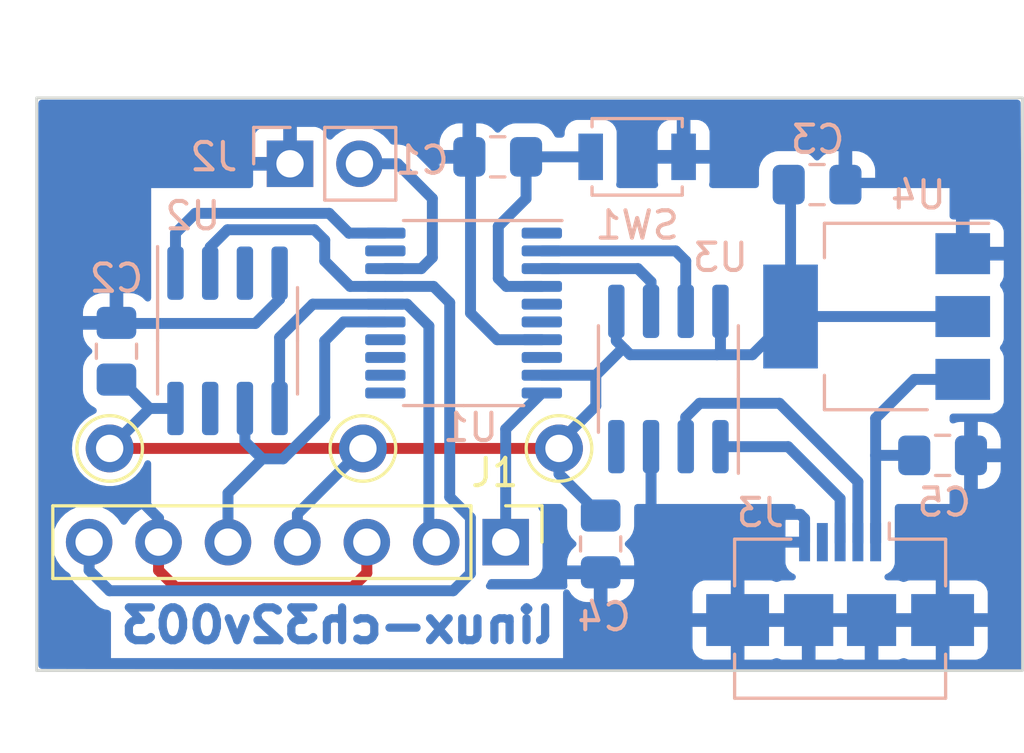
<source format=kicad_pcb>
(kicad_pcb (version 20221018) (generator pcbnew)
  (layers (0 "F.Cu" signal) (31 "B.Cu" signal) (34 "B.Paste" user) (35 "F.Paste" user) (36 "B.SilkS" user "B.Silkscreen") (37 "F.SilkS" user "F.Silkscreen") (38 "B.Mask" user) (39 "F.Mask" user) (44 "Edge.Cuts" user))
  (net 0 "")
  (net 1 "Net-(U1-PD7_NRST_T2CH4)")
  (net 2 "GND")
  (net 3 "+3.3V")
  (net 4 "SD_CS")
  (net 5 "MOSI")
  (net 6 "SCK")
  (net 7 "MISO")
  (net 9 "LINUX_TX")
  (net 10 "LINUX_RX")
  (net 18 "SWIO")
  (net 19 "PSRAM_CS")
  (net 23 "VBUS")
  (net 24 "Net-(J3-D-)")
  (net 25 "Net-(J3-D+)")
  (footprint "Connector_PinHeader_2.54mm:PinHeader_1x07_P2.54mm_Vertical" (layer "F.Cu") (at 151.8465 103.9475 -90)
    (fp_text reference "J1" (at -2.54 0.397 -180) (layer "F.SilkS"))
    (fp_text value "SD")
    (fp_line (start -1.33 -1.33) (end 0 -1.33) (stroke (width 0.12)) (layer "F.SilkS"))
    (fp_line (start -1.33 0) (end -1.33 -1.33) (stroke (width 0.12)) (layer "F.SilkS"))
    (fp_line (start -1.33 1.27) (end -1.33 16.57) (stroke (width 0.12)) (layer "F.SilkS"))
    (fp_line (start -1.33 1.27) (end 1.33 1.27) (stroke (width 0.12)) (layer "F.SilkS"))
    (fp_line (start -1.33 16.57) (end 1.33 16.57) (stroke (width 0.12)) (layer "F.SilkS"))
    (fp_line (start 1.33 1.27) (end 1.33 16.57) (stroke (width 0.12)) (layer "F.SilkS"))
    (pad "1" thru_hole rect (at 0 0 270) (size 1.7 1.7) (drill 1) (layers "*.Cu" "*.Mask") (net 4 "SD_CS"))
    (pad "2" thru_hole oval (at 0 2.54 270) (size 1.7 1.7) (drill 1) (layers "*.Cu" "*.Mask") (net 5 "MOSI"))
    (pad "3" thru_hole oval (at 0 5.08 270) (size 1.7 1.7) (drill 1) (layers "*.Cu" "*.Mask") (net 2 "GND"))
    (pad "4" thru_hole oval (at 0 7.62 270) (size 1.7 1.7) (drill 1) (layers "*.Cu" "*.Mask") (net 3 "+3.3V"))
    (pad "5" thru_hole oval (at 0 10.16 270) (size 1.7 1.7) (drill 1) (layers "*.Cu" "*.Mask") (net 6 "SCK"))
    (pad "6" thru_hole oval (at 0 12.7 270) (size 1.7 1.7) (drill 1) (layers "*.Cu" "*.Mask") (net 2 "GND"))
    (pad "7" thru_hole oval (at 0 15.24 270) (size 1.7 1.7) (drill 1) (layers "*.Cu" "*.Mask") (net 7 "MISO"))
  )
  (footprint "TestPoint:TestPoint_THTPad_D2.0mm_Drill1.0mm" (layer "F.Cu") (at 153.797 100.5185)
    (fp_text reference "TP2" hide)
    (fp_text value "TestPoint" hide)
    (fp_circle (center 0 0) (end 0 1.2) (stroke (width 0.12)) (fill none) (layer "F.SilkS"))
    (pad "1" thru_hole circle (at 0 0) (size 1.75 1.75) (drill 1) (layers "*.Cu" "*.Mask") (net 3 "+3.3V"))
  )
  (footprint "TestPoint:TestPoint_THTPad_D2.0mm_Drill1.0mm" (layer "F.Cu") (at 146.6235 100.5185)
    (fp_text reference "TP3" hide)
    (fp_text value "TestPoint")
    (fp_circle (center 0 0) (end 0 1.2) (stroke (width 0.12)) (fill none) (layer "F.SilkS"))
    (pad "1" thru_hole circle (at 0 0) (size 1.75 1.75) (drill 1) (layers "*.Cu" "*.Mask") (net 3 "+3.3V"))
  )
  (footprint "TestPoint:TestPoint_THTPad_D2.0mm_Drill1.0mm" (layer "F.Cu") (at 137.3575 100.5185)
    (fp_text reference "TP1" hide)
    (fp_text value "TestPoint")
    (fp_circle (center 0 0) (end 0 1.2) (stroke (width 0.12)) (fill none) (layer "F.SilkS"))
    (pad "1" thru_hole circle (at 0 0) (size 1.75 1.75) (drill 1) (layers "*.Cu" "*.Mask") (net 3 "+3.3V"))
  )
  (footprint "Package_TO_SOT_SMD:SOT-223-3_TabPin2" (layer "B.Cu") (at 165.4195 95.6925 180)
    (fp_text reference "U4" (at -1.524 4.445) (layer "B.SilkS") (effects (justify mirror)))
    (fp_text value "AMS1117-3.3")
    (fp_line (start -4.1 3.41) (end 1.91 3.41) (stroke (width 0.12)) (layer "B.SilkS"))
    (fp_line (start -1.85 -3.41) (end 1.91 -3.41) (stroke (width 0.12)) (layer "B.SilkS"))
    (fp_line (start 1.91 -3.41) (end 1.91 -2.15) (stroke (width 0.12)) (layer "B.SilkS"))
    (fp_line (start 1.91 3.41) (end 1.91 2.15) (stroke (width 0.12)) (layer "B.SilkS"))
    (pad "1" smd rect (at -3.15 2.3 180) (size 2 1.5) (layers "B.Cu" "B.Paste" "B.Mask") (net 2 "GND"))
    (pad "2" smd rect (at -3.15 0 180) (size 2 1.5) (layers "B.Cu" "B.Paste" "B.Mask") (net 3 "+3.3V"))
    (pad "2" smd rect (at 3.15 0 180) (size 2 3.8) (layers "B.Cu" "B.Paste" "B.Mask") (net 3 "+3.3V"))
    (pad "3" smd rect (at -3.15 -2.3 180) (size 2 1.5) (layers "B.Cu" "B.Paste" "B.Mask") (net 23 "VBUS"))
  )
  (footprint "Package_SO:TSSOP-20_4.4x6.5mm_P0.65mm" (layer "B.Cu") (at 150.3065 95.5655 180)
    (fp_text reference "U1" (at -0.254 -4.191) (layer "B.SilkS") (effects (justify mirror)))
    (fp_text value "CH32V003f4p6")
    (fp_line (start 0 -3.385) (end -2.2 -3.385) (stroke (width 0.12)) (layer "B.SilkS"))
    (fp_line (start 0 -3.385) (end 2.2 -3.385) (stroke (width 0.12)) (layer "B.SilkS"))
    (fp_line (start 0 3.385) (end -3.6 3.385) (stroke (width 0.12)) (layer "B.SilkS"))
    (fp_line (start 0 3.385) (end 2.2 3.385) (stroke (width 0.12)) (layer "B.SilkS"))
    (pad "1" smd roundrect (at -2.8625 2.925 180) (size 1.475 0.4) (layers "B.Cu" "B.Paste" "B.Mask"))
    (pad "2" smd roundrect (at -2.8625 2.275 180) (size 1.475 0.4) (layers "B.Cu" "B.Paste" "B.Mask") (net 9 "LINUX_TX"))
    (pad "3" smd roundrect (at -2.8625 1.625 180) (size 1.475 0.4) (layers "B.Cu" "B.Paste" "B.Mask") (net 10 "LINUX_RX"))
    (pad "4" smd roundrect (at -2.8625 0.975 180) (size 1.475 0.4) (layers "B.Cu" "B.Paste" "B.Mask") (net 1 "Net-(U1-PD7_NRST_T2CH4)"))
    (pad "5" smd roundrect (at -2.8625 0.325 180) (size 1.475 0.4) (layers "B.Cu" "B.Paste" "B.Mask"))
    (pad "6" smd roundrect (at -2.8625 -0.325 180) (size 1.475 0.4) (layers "B.Cu" "B.Paste" "B.Mask"))
    (pad "7" smd roundrect (at -2.8625 -0.975 180) (size 1.475 0.4) (layers "B.Cu" "B.Paste" "B.Mask") (net 2 "GND"))
    (pad "8" smd roundrect (at -2.8625 -1.625 180) (size 1.475 0.4) (layers "B.Cu" "B.Paste" "B.Mask"))
    (pad "9" smd roundrect (at -2.8625 -2.275 180) (size 1.475 0.4) (layers "B.Cu" "B.Paste" "B.Mask") (net 3 "+3.3V"))
    (pad "10" smd roundrect (at -2.8625 -2.925 180) (size 1.475 0.4) (layers "B.Cu" "B.Paste" "B.Mask") (net 4 "SD_CS"))
    (pad "11" smd roundrect (at 2.8625 -2.925 180) (size 1.475 0.4) (layers "B.Cu" "B.Paste" "B.Mask"))
    (pad "12" smd roundrect (at 2.8625 -2.275 180) (size 1.475 0.4) (layers "B.Cu" "B.Paste" "B.Mask"))
    (pad "13" smd roundrect (at 2.8625 -1.625 180) (size 1.475 0.4) (layers "B.Cu" "B.Paste" "B.Mask"))
    (pad "14" smd roundrect (at 2.8625 -0.975 180) (size 1.475 0.4) (layers "B.Cu" "B.Paste" "B.Mask"))
    (pad "15" smd roundrect (at 2.8625 -0.325 180) (size 1.475 0.4) (layers "B.Cu" "B.Paste" "B.Mask") (net 6 "SCK"))
    (pad "16" smd roundrect (at 2.8625 0.325 180) (size 1.475 0.4) (layers "B.Cu" "B.Paste" "B.Mask") (net 5 "MOSI"))
    (pad "17" smd roundrect (at 2.8625 0.975 180) (size 1.475 0.4) (layers "B.Cu" "B.Paste" "B.Mask") (net 7 "MISO"))
    (pad "18" smd roundrect (at 2.8625 1.625 180) (size 1.475 0.4) (layers "B.Cu" "B.Paste" "B.Mask") (net 18 "SWIO"))
    (pad "19" smd roundrect (at 2.8625 2.275 180) (size 1.475 0.4) (layers "B.Cu" "B.Paste" "B.Mask"))
    (pad "20" smd roundrect (at 2.8625 2.925 180) (size 1.475 0.4) (layers "B.Cu" "B.Paste" "B.Mask") (net 19 "PSRAM_CS"))
  )
  (footprint "Capacitor_SMD:C_0805_2012Metric_Pad1.18x1.45mm_HandSolder" (layer "B.Cu") (at 137.6065 96.9625 90)
    (fp_text reference "C2" (at 2.667 0 180) (layer "B.SilkS") (effects (justify mirror)))
    (fp_text value "C")
    (fp_line (start -0.261252 -0.735) (end 0.261252 -0.735) (stroke (width 0.12)) (layer "B.SilkS"))
    (fp_line (start -0.261252 0.735) (end 0.261252 0.735) (stroke (width 0.12)) (layer "B.SilkS"))
    (pad "1" smd roundrect (at -1.0375 0 90) (size 1.175 1.45) (layers "B.Cu" "B.Paste" "B.Mask") (roundrect_rratio 0.2127659574) (net 3 "+3.3V"))
    (pad "2" smd roundrect (at 1.0375 0 90) (size 1.175 1.45) (layers "B.Cu" "B.Paste" "B.Mask") (roundrect_rratio 0.2127659574) (net 2 "GND"))
  )
  (footprint "Capacitor_SMD:C_0805_2012Metric_Pad1.18x1.45mm_HandSolder" (layer "B.Cu") (at 151.555 89.8505 180)
    (fp_text reference "C1" (at 2.7725 -0.127 180) (layer "B.SilkS") (effects (justify mirror)))
    (fp_text value "C")
    (fp_line (start -0.261252 -0.735) (end 0.261252 -0.735) (stroke (width 0.12)) (layer "B.SilkS"))
    (fp_line (start -0.261252 0.735) (end 0.261252 0.735) (stroke (width 0.12)) (layer "B.SilkS"))
    (pad "1" smd roundrect (at -1.0375 0 180) (size 1.175 1.45) (layers "B.Cu" "B.Paste" "B.Mask") (roundrect_rratio 0.2127659574) (net 1 "Net-(U1-PD7_NRST_T2CH4)"))
    (pad "2" smd roundrect (at 1.0375 0 180) (size 1.175 1.45) (layers "B.Cu" "B.Paste" "B.Mask") (roundrect_rratio 0.2127659574) (net 2 "GND"))
  )
  (footprint "Capacitor_SMD:C_0805_2012Metric_Pad1.18x1.45mm_HandSolder" (layer "B.Cu") (at 163.239 90.8665)
    (fp_text reference "C3" (at 0.0215 -1.651 180) (layer "B.SilkS") (effects (justify mirror)))
    (fp_text value "C")
    (fp_line (start -0.261252 -0.735) (end 0.261252 -0.735) (stroke (width 0.12)) (layer "B.SilkS"))
    (fp_line (start -0.261252 0.735) (end 0.261252 0.735) (stroke (width 0.12)) (layer "B.SilkS"))
    (pad "1" smd roundrect (at -1.0375 0) (size 1.175 1.45) (layers "B.Cu" "B.Paste" "B.Mask") (roundrect_rratio 0.2127659574) (net 3 "+3.3V"))
    (pad "2" smd roundrect (at 1.0375 0) (size 1.175 1.45) (layers "B.Cu" "B.Paste" "B.Mask") (roundrect_rratio 0.2127659574) (net 2 "GND"))
  )
  (footprint "Capacitor_SMD:C_0805_2012Metric_Pad1.18x1.45mm_HandSolder" (layer "B.Cu") (at 167.8325 100.7725)
    (fp_text reference "C5" (at 0.0615 1.7165) (layer "B.SilkS") (effects (justify mirror)))
    (fp_text value "C")
    (fp_line (start -0.261252 -0.735) (end 0.261252 -0.735) (stroke (width 0.12)) (layer "B.SilkS"))
    (fp_line (start -0.261252 0.735) (end 0.261252 0.735) (stroke (width 0.12)) (layer "B.SilkS"))
    (pad "1" smd roundrect (at -1.0375 0) (size 1.175 1.45) (layers "B.Cu" "B.Paste" "B.Mask") (roundrect_rratio 0.2127659574) (net 23 "VBUS"))
    (pad "2" smd roundrect (at 1.0375 0) (size 1.175 1.45) (layers "B.Cu" "B.Paste" "B.Mask") (roundrect_rratio 0.2127659574) (net 2 "GND"))
  )
  (footprint "Connector_PinHeader_2.54mm:PinHeader_1x02_P2.54mm_Vertical" (layer "B.Cu") (at 143.9565 90.1045 -90)
    (fp_text reference "J2" (at -0.254 2.789 -180) (layer "B.SilkS") (effects (justify mirror)))
    (fp_text value "SWIO")
    (fp_line (start -1.33 -3.87) (end 1.33 -3.87) (stroke (width 0.12)) (layer "B.SilkS"))
    (fp_line (start -1.33 -1.27) (end -1.33 -3.87) (stroke (width 0.12)) (layer "B.SilkS"))
    (fp_line (start -1.33 -1.27) (end 1.33 -1.27) (stroke (width 0.12)) (layer "B.SilkS"))
    (fp_line (start -1.33 0) (end -1.33 1.33) (stroke (width 0.12)) (layer "B.SilkS"))
    (fp_line (start -1.33 1.33) (end 0 1.33) (stroke (width 0.12)) (layer "B.SilkS"))
    (fp_line (start 1.33 -1.27) (end 1.33 -3.87) (stroke (width 0.12)) (layer "B.SilkS"))
    (pad "1" thru_hole rect (at 0 0 270) (size 1.7 1.7) (drill 1) (layers "*.Cu" "*.Mask") (net 2 "GND"))
    (pad "2" thru_hole oval (at 0 -2.54 270) (size 1.7 1.7) (drill 1) (layers "*.Cu" "*.Mask") (net 18 "SWIO"))
  )
  (footprint "Package_SO:SOIC-8_3.9x4.9mm_P1.27mm" (layer "B.Cu") (at 141.6705 96.5815 -90)
    (fp_text reference "U2" (at -4.572 1.27 -180) (layer "B.SilkS") (effects (justify mirror)))
    (fp_text value "ESP-PSRAM32")
    (fp_line (start 0 -2.56) (end -1.95 -2.56) (stroke (width 0.12)) (layer "B.SilkS"))
    (fp_line (start 0 -2.56) (end 1.95 -2.56) (stroke (width 0.12)) (layer "B.SilkS"))
    (fp_line (start 0 2.56) (end -3.45 2.56) (stroke (width 0.12)) (layer "B.SilkS"))
    (fp_line (start 0 2.56) (end 1.95 2.56) (stroke (width 0.12)) (layer "B.SilkS"))
    (pad "1" smd roundrect (at -2.475 1.905 270) (size 1.95 0.6) (layers "B.Cu" "B.Paste" "B.Mask") (net 19 "PSRAM_CS"))
    (pad "2" smd roundrect (at -2.475 0.635 270) (size 1.95 0.6) (layers "B.Cu" "B.Paste" "B.Mask") (net 7 "MISO"))
    (pad "3" smd roundrect (at -2.475 -0.635 270) (size 1.95 0.6) (layers "B.Cu" "B.Paste" "B.Mask"))
    (pad "4" smd roundrect (at -2.475 -1.905 270) (size 1.95 0.6) (layers "B.Cu" "B.Paste" "B.Mask") (net 2 "GND"))
    (pad "5" smd roundrect (at 2.475 -1.905 270) (size 1.95 0.6) (layers "B.Cu" "B.Paste" "B.Mask") (net 5 "MOSI"))
    (pad "6" smd roundrect (at 2.475 -0.635 270) (size 1.95 0.6) (layers "B.Cu" "B.Paste" "B.Mask") (net 6 "SCK"))
    (pad "7" smd roundrect (at 2.475 0.635 270) (size 1.95 0.6) (layers "B.Cu" "B.Paste" "B.Mask"))
    (pad "8" smd roundrect (at 2.475 1.905 270) (size 1.95 0.6) (layers "B.Cu" "B.Paste" "B.Mask") (net 3 "+3.3V"))
  )
  (footprint "Capacitor_SMD:C_0805_2012Metric_Pad1.18x1.45mm_HandSolder" (layer "B.Cu") (at 155.321 104.013 -90)
    (fp_text reference "C4" (at 2.667 -0.127) (layer "B.SilkS") (effects (justify mirror)))
    (fp_text value "C")
    (fp_line (start -0.261252 -0.735) (end 0.261252 -0.735) (stroke (width 0.12)) (layer "B.SilkS"))
    (fp_line (start -0.261252 0.735) (end 0.261252 0.735) (stroke (width 0.12)) (layer "B.SilkS"))
    (pad "1" smd roundrect (at -1.0375 0 270) (size 1.175 1.45) (layers "B.Cu" "B.Paste" "B.Mask") (roundrect_rratio 0.2127659574) (net 3 "+3.3V"))
    (pad "2" smd roundrect (at 1.0375 0 270) (size 1.175 1.45) (layers "B.Cu" "B.Paste" "B.Mask") (roundrect_rratio 0.2127659574) (net 2 "GND"))
  )
  (footprint "Connector_USB:USB_Micro-B_Amphenol_10104110_Horizontal" (layer "B.Cu") (at 164.0825 105.4975 180)
    (fp_text reference "J3" (at 2.9195 2.6275) (layer "B.SilkS") (effects (justify mirror)))
    (fp_text value "USB_B_Micro")
    (fp_line (start -3.86 -4.16) (end -3.86 -2.55) (stroke (width 0.12)) (layer "B.SilkS"))
    (fp_line (start -3.86 -4.16) (end 3.86 -4.16) (stroke (width 0.12)) (layer "B.SilkS"))
    (fp_line (start -3.86 -0.05) (end -3.86 1.66) (stroke (width 0.12)) (layer "B.SilkS"))
    (fp_line (start -3.86 1.66) (end -1.8 1.66) (stroke (width 0.12)) (layer "B.SilkS"))
    (fp_line (start -1.8 1.66) (end -1.8 2.25) (stroke (width 0.12)) (layer "B.SilkS"))
    (fp_line (start 3.86 -4.16) (end 3.86 -2.55) (stroke (width 0.12)) (layer "B.SilkS"))
    (fp_line (start 3.86 -0.05) (end 3.86 1.66) (stroke (width 0.12)) (layer "B.SilkS"))
    (fp_line (start 3.86 1.66) (end 1.8 1.66) (stroke (width 0.12)) (layer "B.SilkS"))
    (pad "1" smd rect (at -1.3 1.55 180) (size 0.4 1.4) (layers "B.Cu" "B.Paste" "B.Mask") (net 23 "VBUS"))
    (pad "2" smd rect (at -0.65 1.55 180) (size 0.4 1.4) (layers "B.Cu" "B.Paste" "B.Mask") (net 24 "Net-(J3-D-)"))
    (pad "3" smd rect (at 0 1.55 180) (size 0.4 1.4) (layers "B.Cu" "B.Paste" "B.Mask") (net 25 "Net-(J3-D+)"))
    (pad "4" smd rect (at 0.65 1.55 180) (size 0.4 1.4) (layers "B.Cu" "B.Paste" "B.Mask"))
    (pad "5" smd rect (at 1.3 1.55 180) (size 0.4 1.4) (layers "B.Cu" "B.Paste" "B.Mask") (net 2 "GND"))
    (pad "6" smd rect (at -3.75 -1.3 180) (size 2.3 1.9) (layers "B.Cu" "B.Paste" "B.Mask") (net 2 "GND"))
    (pad "6" smd rect (at -1.15 -1.3 180) (size 1.8 1.9) (layers "B.Cu" "B.Paste" "B.Mask") (net 2 "GND"))
    (pad "6" smd rect (at 1.15 -1.3 180) (size 1.8 1.9) (layers "B.Cu" "B.Paste" "B.Mask") (net 2 "GND"))
    (pad "6" smd rect (at 3.75 -1.3 180) (size 2.3 1.9) (layers "B.Cu" "B.Paste" "B.Mask") (net 2 "GND"))
  )
  (footprint "Package_SO:SOIC-8_3.9x4.9mm_P1.27mm" (layer "B.Cu") (at 157.7995 97.978499 90)
    (fp_text reference "U3" (at 4.444999 1.905 180) (layer "B.SilkS") (effects (justify mirror)))
    (fp_text value "CH330N")
    (fp_line (start 0 -2.56) (end -1.95 -2.56) (stroke (width 0.12)) (layer "B.SilkS"))
    (fp_line (start 0 -2.56) (end 1.95 -2.56) (stroke (width 0.12)) (layer "B.SilkS"))
    (fp_line (start 0 2.56) (end -3.45 2.56) (stroke (width 0.12)) (layer "B.SilkS"))
    (fp_line (start 0 2.56) (end 1.95 2.56) (stroke (width 0.12)) (layer "B.SilkS"))
    (pad "1" smd roundrect (at -2.475 1.905 90) (size 1.95 0.6) (layers "B.Cu" "B.Paste" "B.Mask") (net 25 "Net-(J3-D+)"))
    (pad "2" smd roundrect (at -2.475 0.635 90) (size 1.95 0.6) (layers "B.Cu" "B.Paste" "B.Mask") (net 24 "Net-(J3-D-)"))
    (pad "3" smd roundrect (at -2.475 -0.635 90) (size 1.95 0.6) (layers "B.Cu" "B.Paste" "B.Mask") (net 2 "GND"))
    (pad "4" smd roundrect (at -2.475 -1.905 90) (size 1.95 0.6) (layers "B.Cu" "B.Paste" "B.Mask"))
    (pad "5" smd roundrect (at 2.475 -1.905 90) (size 1.95 0.6) (layers "B.Cu" "B.Paste" "B.Mask") (net 3 "+3.3V"))
    (pad "6" smd roundrect (at 2.475 -0.635 90) (size 1.95 0.6) (layers "B.Cu" "B.Paste" "B.Mask") (net 10 "LINUX_RX"))
    (pad "7" smd roundrect (at 2.475 0.635 90) (size 1.95 0.6) (layers "B.Cu" "B.Paste" "B.Mask") (net 9 "LINUX_TX"))
    (pad "8" smd roundrect (at 2.475 1.905 90) (size 1.95 0.6) (layers "B.Cu" "B.Paste" "B.Mask") (net 3 "+3.3V"))
  )
  (footprint "Button_Switch_SMD:SW_SPST_B3U-1000P" (layer "B.Cu") (at 156.6565 89.8505)
    (fp_text reference "SW1" (at 0 2.5) (layer "B.SilkS") (effects (justify mirror)))
    (fp_text value "SW_Push")
    (fp_line (start -1.65 -1.4) (end 1.65 -1.4) (stroke (width 0.12)) (layer "B.SilkS"))
    (fp_line (start -1.65 -1.1) (end -1.65 -1.4) (stroke (width 0.12)) (layer "B.SilkS"))
    (fp_line (start -1.65 1.1) (end -1.65 1.4) (stroke (width 0.12)) (layer "B.SilkS"))
    (fp_line (start -1.65 1.4) (end 1.65 1.4) (stroke (width 0.12)) (layer "B.SilkS"))
    (fp_line (start 1.65 -1.4) (end 1.65 -1.1) (stroke (width 0.12)) (layer "B.SilkS"))
    (fp_line (start 1.65 1.4) (end 1.65 1.1) (stroke (width 0.12)) (layer "B.SilkS"))
    (pad "1" smd rect (at -1.7 0) (size 0.9 1.7) (layers "B.Cu" "B.Paste" "B.Mask") (net 1 "Net-(U1-PD7_NRST_T2CH4)"))
    (pad "2" smd rect (at 1.7 0) (size 0.9 1.7) (layers "B.Cu" "B.Paste" "B.Mask") (net 2 "GND"))
  )
  (gr_rect (start 134.6855 87.6915) (end 170.7535 108.6465) (stroke (width 0.1)) (fill none) (layer "Edge.Cuts"))
  (gr_text "linux-ch32v003" (at 153.797 107.696) (layer "B.Cu") (effects (font (size 1.2 1.3) (thickness 0.3) bold) (justify left bottom mirror)))
  (segment (start 153.169 94.5905) (end 151.8715 94.5905) (width 0.4) (layer "B.Cu") (net 1))
  (segment (start 152.5925 89.8505) (end 154.9565 89.8505) (width 0.4) (layer "B.Cu") (net 1))
  (segment (start 152.5925 91.3745) (end 152.5925 90.3585) (width 0.4) (layer "B.Cu") (net 1))
  (segment (start 151.8715 94.5905) (end 151.5765 94.2955) (width 0.4) (layer "B.Cu") (net 1))
  (segment (start 151.5765 94.2955) (end 151.5765 92.3905) (width 0.4) (layer "B.Cu") (net 1))
  (segment (start 151.5765 92.3905) (end 152.5925 91.3745) (width 0.4) (layer "B.Cu") (net 1))
  (segment (start 139.7655 105.5985) (end 146.2425 105.5985) (width 0.4) (layer "F.Cu") (net 2))
  (segment (start 139.1465 104.9795) (end 139.7655 105.5985) (width 0.4) (layer "F.Cu") (net 2))
  (segment (start 146.2425 105.5985) (end 146.7665 105.0745) (width 0.4) (layer "F.Cu") (net 2))
  (segment (start 146.7665 105.0745) (end 146.7665 103.9475) (width 0.4) (layer "F.Cu") (net 2))
  (segment (start 139.1465 103.9475) (end 139.1465 104.9795) (width 0.4) (layer "F.Cu") (net 2))
  (segment (start 150.5605 90.4015) (end 150.5175 90.3585) (width 0.4) (layer "B.Cu") (net 2))
  (segment (start 143.5755 94.1065) (end 143.5755 95.0575) (width 0.4) (layer "B.Cu") (net 2))
  (segment (start 143.5755 95.0575) (end 142.6865 95.9465) (width 0.4) (layer "B.Cu") (net 2))
  (segment (start 139.1465 103.0745) (end 138.3685 102.2965) (width 0.4) (layer "B.Cu") (net 2))
  (segment (start 151.5355 96.5405) (end 150.5605 95.5655) (width 0.4) (layer "B.Cu") (net 2))
  (segment (start 157.1645 102.8045) (end 157.1645 100.453499) (width 0.4) (layer "B.Cu") (net 2))
  (segment (start 162.7825 103.9475) (end 162.7825 103.0885) (width 0.4) (layer "B.Cu") (net 2))
  (segment (start 139.1465 103.9475) (end 139.1465 103.0745) (width 0.4) (layer "B.Cu") (net 2))
  (segment (start 142.6865 95.9465) (end 137.9875 95.9465) (width 0.4) (layer "B.Cu") (net 2))
  (segment (start 162.7825 103.0885) (end 162.6255 102.9315) (width 0.4) (layer "B.Cu") (net 2))
  (segment (start 153.169 96.5405) (end 151.5355 96.5405) (width 0.4) (layer "B.Cu") (net 2))
  (segment (start 150.5605 95.5655) (end 150.5605 90.4015) (width 0.4) (layer "B.Cu") (net 2))
  (segment (start 157.2915 102.9315) (end 157.1645 102.8045) (width 0.4) (layer "B.Cu") (net 2))
  (segment (start 162.6255 102.9315) (end 157.2915 102.9315) (width 0.4) (layer "B.Cu") (net 2))
  (segment (start 153.797 100.5185) (end 146.6235 100.5185) (width 0.4) (layer "F.Cu") (net 3))
  (segment (start 137.3575 100.5185) (end 146.6235 100.5185) (width 0.4) (layer "F.Cu") (net 3))
  (segment (start 159.7045 96.9625) (end 159.5775 97.0895) (width 0.4) (layer "B.Cu") (net 3))
  (segment (start 162.2695 95.6925) (end 162.2695 90.9345) (width 0.4) (layer "B.Cu") (net 3))
  (segment (start 162.2695 95.6925) (end 168.5695 95.6925) (width 0.4) (layer "B.Cu") (net 3))
  (segment (start 144.2265 102.9155) (end 144.2265 103.9475) (width 0.4) (layer "B.Cu") (net 3))
  (segment (start 138.8195 99.0565) (end 137.3575 100.5185) (width 0.4) (layer "B.Cu") (net 3))
  (segment (start 160.8725 97.0895) (end 162.2695 95.6925) (width 0.4) (layer "B.Cu") (net 3))
  (segment (start 153.169 97.8405) (end 155.1435 97.8405) (width 0.4) (layer "B.Cu") (net 3))
  (segment (start 156.212 96.899) (end 155.8945 96.5815) (width 0.4) (layer "B.Cu") (net 3))
  (segment (start 154.1165 99.989) (end 155.1435 98.962) (width 0.4) (layer "B.Cu") (net 3))
  (segment (start 162.2695 90.9345) (end 162.2015 90.8665) (width 0.4) (layer "B.Cu") (net 3))
  (segment (start 155.1435 98.962) (end 155.1435 97.8405) (width 0.4) (layer "B.Cu") (net 3))
  (segment (start 139.7655 99.0565) (end 138.8195 99.0565) (width 0.4) (layer "B.Cu") (net 3))
  (segment (start 159.7045 95.503499) (end 159.7045 96.9625) (width 0.4) (layer "B.Cu") (net 3))
  (segment (start 156.4025 97.0895) (end 156.212 96.899) (width 0.4) (layer "B.Cu") (net 3))
  (segment (start 159.5775 97.0895) (end 156.4025 97.0895) (width 0.4) (layer "B.Cu") (net 3))
  (segment (start 146.6235 100.5185) (end 144.2265 102.9155) (width 0.4) (layer "B.Cu") (net 3))
  (segment (start 159.5775 97.0895) (end 160.8725 97.0895) (width 0.4) (layer "B.Cu") (net 3))
  (segment (start 153.797 101.4515) (end 155.321 102.9755) (width 0.4) (layer "B.Cu") (net 3))
  (segment (start 156.085 96.899) (end 156.212 96.899) (width 0.4) (layer "B.Cu") (net 3))
  (segment (start 153.797 100.5185) (end 153.797 101.4515) (width 0.4) (layer "B.Cu") (net 3))
  (segment (start 137.6065 98) (end 137.763 98) (width 0.4) (layer "B.Cu") (net 3))
  (segment (start 137.763 98) (end 138.8195 99.0565) (width 0.4) (layer "B.Cu") (net 3))
  (segment (start 155.1435 97.8405) (end 156.085 96.899) (width 0.4) (layer "B.Cu") (net 3))
  (segment (start 155.8945 96.5815) (end 155.8945 95.503499) (width 0.4) (layer "B.Cu") (net 3))
  (segment (start 151.8465 103.9475) (end 151.8465 99.813) (width 0.4) (layer "B.Cu") (net 4))
  (segment (start 151.8465 99.813) (end 153.169 98.4905) (width 0.4) (layer "B.Cu") (net 4))
  (segment (start 148.238607 95.2405) (end 149.0365 96.038393) (width 0.4) (layer "B.Cu") (net 5))
  (segment (start 149.0365 103.6775) (end 149.3065 103.9475) (width 0.4) (layer "B.Cu") (net 5))
  (segment (start 144.7895 95.2405) (end 143.5755 96.4545) (width 0.4) (layer "B.Cu") (net 5))
  (segment (start 143.5755 96.4545) (end 143.5755 99.0565) (width 0.4) (layer "B.Cu") (net 5))
  (segment (start 149.0365 96.038393) (end 149.0365 103.6775) (width 0.4) (layer "B.Cu") (net 5))
  (segment (start 147.444 95.2405) (end 148.238607 95.2405) (width 0.4) (layer "B.Cu") (net 5))
  (segment (start 147.444 95.2405) (end 144.7895 95.2405) (width 0.4) (layer "B.Cu") (net 5))
  (segment (start 145.2265 99.3755) (end 145.2265 96.5815) (width 0.4) (layer "B.Cu") (net 6))
  (segment (start 145.9175 95.8905) (end 147.444 95.8905) (width 0.4) (layer "B.Cu") (net 6))
  (segment (start 143.7025 100.8995) (end 145.2265 99.3755) (width 0.4) (layer "B.Cu") (net 6))
  (segment (start 141.6865 103.9475) (end 141.6865 102.1535) (width 0.4) (layer "B.Cu") (net 6))
  (segment (start 141.6865 102.1535) (end 142.9405 100.8995) (width 0.4) (layer "B.Cu") (net 6))
  (segment (start 142.3055 99.0565) (end 142.3055 100.2645) (width 0.4) (layer "B.Cu") (net 6))
  (segment (start 142.3055 100.2645) (end 142.9405 100.8995) (width 0.4) (layer "B.Cu") (net 6))
  (segment (start 142.9405 100.8995) (end 143.7025 100.8995) (width 0.4) (layer "B.Cu") (net 6))
  (segment (start 145.2265 96.5815) (end 145.9175 95.8905) (width 0.4) (layer "B.Cu") (net 6))
  (segment (start 147.444 94.5905) (end 149.2045 94.5905) (width 0.4) (layer "B.Cu") (net 7))
  (segment (start 150.5565 105.0945) (end 149.9255 105.7255) (width 0.4) (layer "B.Cu") (net 7))
  (segment (start 149.7985 95.1845) (end 149.7985 102.2965) (width 0.4) (layer "B.Cu") (net 7))
  (segment (start 150.5565 103.0545) (end 150.5565 105.0945) (width 0.4) (layer "B.Cu") (net 7))
  (segment (start 145.2265 92.8985) (end 145.2265 93.6605) (width 0.4) (layer "B.Cu") (net 7))
  (segment (start 136.6065 104.9795) (end 136.6065 103.9475) (width 0.4) (layer "B.Cu") (net 7))
  (segment (start 145.2265 93.6605) (end 146.1565 94.5905) (width 0.4) (layer "B.Cu") (net 7))
  (segment (start 141.6705 92.5175) (end 144.8455 92.5175) (width 0.4) (layer "B.Cu") (net 7))
  (segment (start 141.0355 93.1525) (end 141.6705 92.5175) (width 0.4) (layer "B.Cu") (net 7))
  (segment (start 137.3525 105.7255) (end 136.6065 104.9795) (width 0.4) (layer "B.Cu") (net 7))
  (segment (start 144.8455 92.5175) (end 145.2265 92.8985) (width 0.4) (layer "B.Cu") (net 7))
  (segment (start 149.7985 102.2965) (end 150.5565 103.0545) (width 0.4) (layer "B.Cu") (net 7))
  (segment (start 141.0355 94.1065) (end 141.0355 93.1525) (width 0.4) (layer "B.Cu") (net 7))
  (segment (start 146.1565 94.5905) (end 147.444 94.5905) (width 0.4) (layer "B.Cu") (net 7))
  (segment (start 149.9255 105.7255) (end 137.3525 105.7255) (width 0.4) (layer "B.Cu") (net 7))
  (segment (start 149.2045 94.5905) (end 149.7985 95.1845) (width 0.4) (layer "B.Cu") (net 7))
  (segment (start 158.0645 93.2905) (end 158.4345 93.6605) (width 0.4) (layer "B.Cu") (net 9))
  (segment (start 158.4345 93.6605) (end 158.4345 95.503499) (width 0.4) (layer "B.Cu") (net 9))
  (segment (start 153.169 93.2905) (end 158.0645 93.2905) (width 0.4) (layer "B.Cu") (net 9))
  (segment (start 156.6825 93.9405) (end 153.169 93.9405) (width 0.4) (layer "B.Cu") (net 10))
  (segment (start 157.1645 95.503499) (end 157.1645 94.4225) (width 0.4) (layer "B.Cu") (net 10))
  (segment (start 157.1645 94.4225) (end 156.6825 93.9405) (width 0.4) (layer "B.Cu") (net 10))
  (segment (start 149.1635 93.5335) (end 149.1635 91.3745) (width 0.4) (layer "B.Cu") (net 18))
  (segment (start 147.444 93.9405) (end 148.7565 93.9405) (width 0.4) (layer "B.Cu") (net 18))
  (segment (start 146.4965 90.1045) (end 147.8935 90.1045) (width 0.4) (layer "B.Cu") (net 18))
  (segment (start 147.8935 90.1045) (end 149.1635 91.3745) (width 0.4) (layer "B.Cu") (net 18))
  (segment (start 148.7565 93.9405) (end 149.1635 93.5335) (width 0.4) (layer "B.Cu") (net 18))
  (segment (start 146.1195 92.6405) (end 147.444 92.6405) (width 0.4) (layer "B.Cu") (net 19))
  (segment (start 140.4925 91.9175) (end 145.3885 91.9175) (width 0.4) (layer "B.Cu") (net 19))
  (segment (start 145.3885 91.9175) (end 146.1155 92.6445) (width 0.4) (layer "B.Cu") (net 19))
  (segment (start 139.7655 92.6445) (end 140.4925 91.9175) (width 0.4) (layer "B.Cu") (net 19))
  (segment (start 139.7655 94.1065) (end 139.7655 92.6445) (width 0.4) (layer "B.Cu") (net 19))
  (segment (start 146.1155 92.6445) (end 146.1195 92.6405) (width 0.4) (layer "B.Cu") (net 19))
  (segment (start 165.3825 103.9475) (end 165.3825 100.7725) (width 0.4) (layer "B.Cu") (net 23))
  (segment (start 166.795 100.7725) (end 165.3825 100.7725) (width 0.4) (layer "B.Cu") (net 23))
  (segment (start 166.8025 97.9925) (end 168.5695 97.9925) (width 0.4) (layer "B.Cu") (net 23))
  (segment (start 165.3825 100.7725) (end 165.3825 99.4125) (width 0.4) (layer "B.Cu") (net 23))
  (segment (start 165.3825 99.4125) (end 166.8025 97.9925) (width 0.4) (layer "B.Cu") (net 23))
  (segment (start 161.8635 98.8675) (end 164.7325 101.7365) (width 0.4) (layer "B.Cu") (net 24))
  (segment (start 158.9425 98.8675) (end 161.8635 98.8675) (width 0.4) (layer "B.Cu") (net 24))
  (segment (start 158.4345 100.453499) (end 158.4345 99.3755) (width 0.4) (layer "B.Cu") (net 24))
  (segment (start 158.4345 99.3755) (end 158.9425 98.8675) (width 0.4) (layer "B.Cu") (net 24))
  (segment (start 164.7325 101.7365) (end 164.7325 103.9475) (width 0.4) (layer "B.Cu") (net 24))
  (segment (start 162.179499 100.453499) (end 164.0825 102.3565) (width 0.4) (layer "B.Cu") (net 25))
  (segment (start 164.0825 102.3565) (end 164.0825 103.9475) (width 0.4) (layer "B.Cu") (net 25))
  (segment (start 159.7045 100.453499) (end 162.179499 100.453499) (width 0.4) (layer "B.Cu") (net 25))
  (zone (net 0) (net_name "") (layer "B.Cu") (connect_pads (clearance 0)) (min_thickness 0.25)
    (keepout (tracks allowed) (vias allowed) (pads allowed) (copperpour not_allowed) (footprints allowed))
    (fill (thermal_gap 0.5) (thermal_bridge_width 0.5))
    (polygon (pts (xy 168.0865 90.9935) (xy 168.0865 102.5505) (xy 138.8765 102.5505) (xy 138.8765 90.9935)))
  )
  (zone (net 2) (net_name "GND") (layer "B.Cu") (connect_pads (clearance 0.5)) (min_thickness 0.25) (fill yes (thermal_gap 0.5) (thermal_bridge_width 0.5))
    (polygon (pts (xy 134.747 87.757) (xy 170.688 87.757) (xy 170.815 108.6465) (xy 134.747 108.585)))
  )
)
</source>
